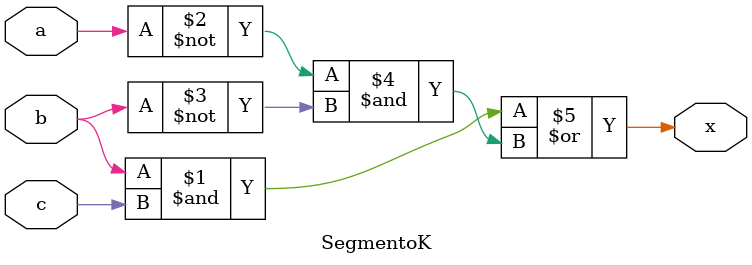
<source format=sv>
module SegmentoK(a,b,c,x);
   input a,b,c;
  output x;
  
  assign x=(b&c)|(~a&~b);
  
endmodule
</source>
